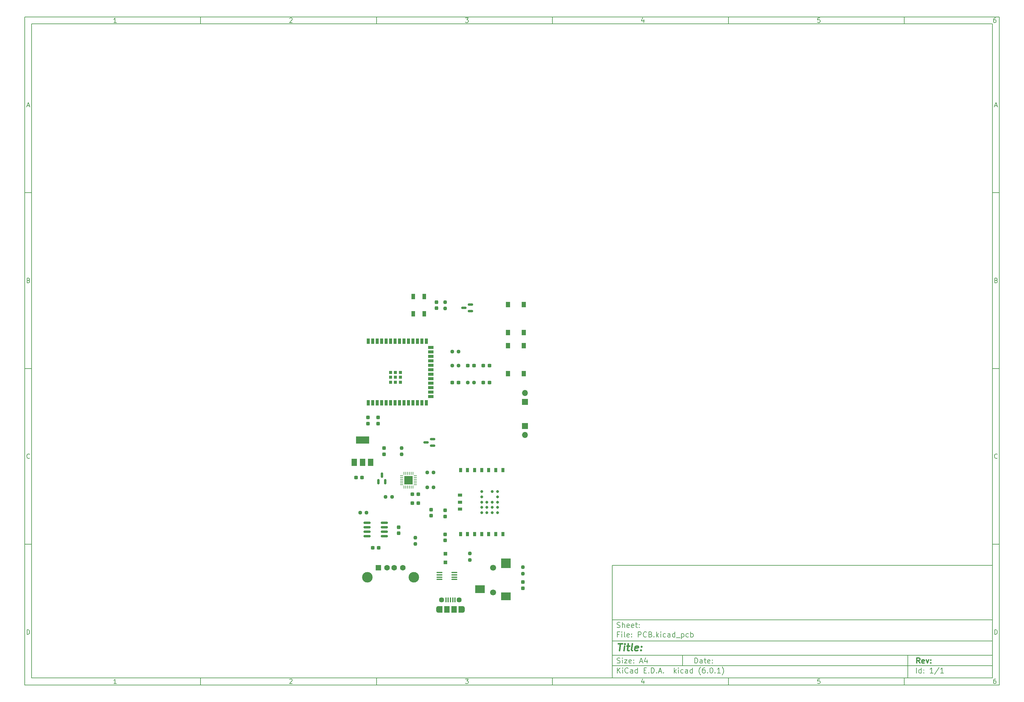
<source format=gbr>
G04 #@! TF.GenerationSoftware,KiCad,Pcbnew,(6.0.1)*
G04 #@! TF.CreationDate,2022-05-18T20:48:10-07:00*
G04 #@! TF.ProjectId,PCB,5043422e-6b69-4636-9164-5f7063625858,rev?*
G04 #@! TF.SameCoordinates,Original*
G04 #@! TF.FileFunction,Soldermask,Top*
G04 #@! TF.FilePolarity,Negative*
%FSLAX46Y46*%
G04 Gerber Fmt 4.6, Leading zero omitted, Abs format (unit mm)*
G04 Created by KiCad (PCBNEW (6.0.1)) date 2022-05-18 20:48:10*
%MOMM*%
%LPD*%
G01*
G04 APERTURE LIST*
G04 Aperture macros list*
%AMRoundRect*
0 Rectangle with rounded corners*
0 $1 Rounding radius*
0 $2 $3 $4 $5 $6 $7 $8 $9 X,Y pos of 4 corners*
0 Add a 4 corners polygon primitive as box body*
4,1,4,$2,$3,$4,$5,$6,$7,$8,$9,$2,$3,0*
0 Add four circle primitives for the rounded corners*
1,1,$1+$1,$2,$3*
1,1,$1+$1,$4,$5*
1,1,$1+$1,$6,$7*
1,1,$1+$1,$8,$9*
0 Add four rect primitives between the rounded corners*
20,1,$1+$1,$2,$3,$4,$5,0*
20,1,$1+$1,$4,$5,$6,$7,0*
20,1,$1+$1,$6,$7,$8,$9,0*
20,1,$1+$1,$8,$9,$2,$3,0*%
G04 Aperture macros list end*
%ADD10C,0.100000*%
%ADD11C,0.150000*%
%ADD12C,0.300000*%
%ADD13C,0.400000*%
%ADD14RoundRect,0.237500X0.237500X-0.300000X0.237500X0.300000X-0.237500X0.300000X-0.237500X-0.300000X0*%
%ADD15RoundRect,0.237500X-0.300000X-0.237500X0.300000X-0.237500X0.300000X0.237500X-0.300000X0.237500X0*%
%ADD16RoundRect,0.150000X0.587500X0.150000X-0.587500X0.150000X-0.587500X-0.150000X0.587500X-0.150000X0*%
%ADD17RoundRect,0.237500X-0.237500X0.300000X-0.237500X-0.300000X0.237500X-0.300000X0.237500X0.300000X0*%
%ADD18R,1.700000X1.700000*%
%ADD19O,1.700000X1.700000*%
%ADD20RoundRect,0.237500X0.237500X-0.250000X0.237500X0.250000X-0.237500X0.250000X-0.237500X-0.250000X0*%
%ADD21R,1.600000X1.500000*%
%ADD22C,1.600000*%
%ADD23C,3.000000*%
%ADD24RoundRect,0.237500X-0.250000X-0.237500X0.250000X-0.237500X0.250000X0.237500X-0.250000X0.237500X0*%
%ADD25RoundRect,0.237500X0.250000X0.237500X-0.250000X0.237500X-0.250000X-0.237500X0.250000X-0.237500X0*%
%ADD26R,1.300000X1.550000*%
%ADD27RoundRect,0.100000X0.712500X0.100000X-0.712500X0.100000X-0.712500X-0.100000X0.712500X-0.100000X0*%
%ADD28R,1.000000X1.000000*%
%ADD29R,1.500000X2.000000*%
%ADD30R,3.800000X2.000000*%
%ADD31R,1.270000X0.889000*%
%ADD32R,0.889000X1.270000*%
%ADD33C,0.813001*%
%ADD34RoundRect,0.062500X0.062500X-0.350000X0.062500X0.350000X-0.062500X0.350000X-0.062500X-0.350000X0*%
%ADD35RoundRect,0.062500X0.350000X-0.062500X0.350000X0.062500X-0.350000X0.062500X-0.350000X-0.062500X0*%
%ADD36R,2.350000X2.350000*%
%ADD37RoundRect,0.237500X0.300000X0.237500X-0.300000X0.237500X-0.300000X-0.237500X0.300000X-0.237500X0*%
%ADD38R,0.900000X1.500000*%
%ADD39R,1.500000X0.900000*%
%ADD40R,0.900000X0.900000*%
%ADD41R,0.400000X1.350000*%
%ADD42O,1.200000X1.900000*%
%ADD43R,1.200000X1.900000*%
%ADD44R,1.500000X1.900000*%
%ADD45C,1.450000*%
%ADD46RoundRect,0.150000X0.150000X-0.587500X0.150000X0.587500X-0.150000X0.587500X-0.150000X-0.587500X0*%
%ADD47RoundRect,0.150000X-0.825000X-0.150000X0.825000X-0.150000X0.825000X0.150000X-0.825000X0.150000X0*%
%ADD48C,1.700000*%
%ADD49R,2.800000X2.200000*%
%ADD50R,2.800000X2.800000*%
%ADD51R,1.000000X1.500000*%
G04 APERTURE END LIST*
D10*
D11*
X177002200Y-166007200D02*
X177002200Y-198007200D01*
X285002200Y-198007200D01*
X285002200Y-166007200D01*
X177002200Y-166007200D01*
D10*
D11*
X10000000Y-10000000D02*
X10000000Y-200007200D01*
X287002200Y-200007200D01*
X287002200Y-10000000D01*
X10000000Y-10000000D01*
D10*
D11*
X12000000Y-12000000D02*
X12000000Y-198007200D01*
X285002200Y-198007200D01*
X285002200Y-12000000D01*
X12000000Y-12000000D01*
D10*
D11*
X60000000Y-12000000D02*
X60000000Y-10000000D01*
D10*
D11*
X110000000Y-12000000D02*
X110000000Y-10000000D01*
D10*
D11*
X160000000Y-12000000D02*
X160000000Y-10000000D01*
D10*
D11*
X210000000Y-12000000D02*
X210000000Y-10000000D01*
D10*
D11*
X260000000Y-12000000D02*
X260000000Y-10000000D01*
D10*
D11*
X36065476Y-11588095D02*
X35322619Y-11588095D01*
X35694047Y-11588095D02*
X35694047Y-10288095D01*
X35570238Y-10473809D01*
X35446428Y-10597619D01*
X35322619Y-10659523D01*
D10*
D11*
X85322619Y-10411904D02*
X85384523Y-10350000D01*
X85508333Y-10288095D01*
X85817857Y-10288095D01*
X85941666Y-10350000D01*
X86003571Y-10411904D01*
X86065476Y-10535714D01*
X86065476Y-10659523D01*
X86003571Y-10845238D01*
X85260714Y-11588095D01*
X86065476Y-11588095D01*
D10*
D11*
X135260714Y-10288095D02*
X136065476Y-10288095D01*
X135632142Y-10783333D01*
X135817857Y-10783333D01*
X135941666Y-10845238D01*
X136003571Y-10907142D01*
X136065476Y-11030952D01*
X136065476Y-11340476D01*
X136003571Y-11464285D01*
X135941666Y-11526190D01*
X135817857Y-11588095D01*
X135446428Y-11588095D01*
X135322619Y-11526190D01*
X135260714Y-11464285D01*
D10*
D11*
X185941666Y-10721428D02*
X185941666Y-11588095D01*
X185632142Y-10226190D02*
X185322619Y-11154761D01*
X186127380Y-11154761D01*
D10*
D11*
X236003571Y-10288095D02*
X235384523Y-10288095D01*
X235322619Y-10907142D01*
X235384523Y-10845238D01*
X235508333Y-10783333D01*
X235817857Y-10783333D01*
X235941666Y-10845238D01*
X236003571Y-10907142D01*
X236065476Y-11030952D01*
X236065476Y-11340476D01*
X236003571Y-11464285D01*
X235941666Y-11526190D01*
X235817857Y-11588095D01*
X235508333Y-11588095D01*
X235384523Y-11526190D01*
X235322619Y-11464285D01*
D10*
D11*
X285941666Y-10288095D02*
X285694047Y-10288095D01*
X285570238Y-10350000D01*
X285508333Y-10411904D01*
X285384523Y-10597619D01*
X285322619Y-10845238D01*
X285322619Y-11340476D01*
X285384523Y-11464285D01*
X285446428Y-11526190D01*
X285570238Y-11588095D01*
X285817857Y-11588095D01*
X285941666Y-11526190D01*
X286003571Y-11464285D01*
X286065476Y-11340476D01*
X286065476Y-11030952D01*
X286003571Y-10907142D01*
X285941666Y-10845238D01*
X285817857Y-10783333D01*
X285570238Y-10783333D01*
X285446428Y-10845238D01*
X285384523Y-10907142D01*
X285322619Y-11030952D01*
D10*
D11*
X60000000Y-198007200D02*
X60000000Y-200007200D01*
D10*
D11*
X110000000Y-198007200D02*
X110000000Y-200007200D01*
D10*
D11*
X160000000Y-198007200D02*
X160000000Y-200007200D01*
D10*
D11*
X210000000Y-198007200D02*
X210000000Y-200007200D01*
D10*
D11*
X260000000Y-198007200D02*
X260000000Y-200007200D01*
D10*
D11*
X36065476Y-199595295D02*
X35322619Y-199595295D01*
X35694047Y-199595295D02*
X35694047Y-198295295D01*
X35570238Y-198481009D01*
X35446428Y-198604819D01*
X35322619Y-198666723D01*
D10*
D11*
X85322619Y-198419104D02*
X85384523Y-198357200D01*
X85508333Y-198295295D01*
X85817857Y-198295295D01*
X85941666Y-198357200D01*
X86003571Y-198419104D01*
X86065476Y-198542914D01*
X86065476Y-198666723D01*
X86003571Y-198852438D01*
X85260714Y-199595295D01*
X86065476Y-199595295D01*
D10*
D11*
X135260714Y-198295295D02*
X136065476Y-198295295D01*
X135632142Y-198790533D01*
X135817857Y-198790533D01*
X135941666Y-198852438D01*
X136003571Y-198914342D01*
X136065476Y-199038152D01*
X136065476Y-199347676D01*
X136003571Y-199471485D01*
X135941666Y-199533390D01*
X135817857Y-199595295D01*
X135446428Y-199595295D01*
X135322619Y-199533390D01*
X135260714Y-199471485D01*
D10*
D11*
X185941666Y-198728628D02*
X185941666Y-199595295D01*
X185632142Y-198233390D02*
X185322619Y-199161961D01*
X186127380Y-199161961D01*
D10*
D11*
X236003571Y-198295295D02*
X235384523Y-198295295D01*
X235322619Y-198914342D01*
X235384523Y-198852438D01*
X235508333Y-198790533D01*
X235817857Y-198790533D01*
X235941666Y-198852438D01*
X236003571Y-198914342D01*
X236065476Y-199038152D01*
X236065476Y-199347676D01*
X236003571Y-199471485D01*
X235941666Y-199533390D01*
X235817857Y-199595295D01*
X235508333Y-199595295D01*
X235384523Y-199533390D01*
X235322619Y-199471485D01*
D10*
D11*
X285941666Y-198295295D02*
X285694047Y-198295295D01*
X285570238Y-198357200D01*
X285508333Y-198419104D01*
X285384523Y-198604819D01*
X285322619Y-198852438D01*
X285322619Y-199347676D01*
X285384523Y-199471485D01*
X285446428Y-199533390D01*
X285570238Y-199595295D01*
X285817857Y-199595295D01*
X285941666Y-199533390D01*
X286003571Y-199471485D01*
X286065476Y-199347676D01*
X286065476Y-199038152D01*
X286003571Y-198914342D01*
X285941666Y-198852438D01*
X285817857Y-198790533D01*
X285570238Y-198790533D01*
X285446428Y-198852438D01*
X285384523Y-198914342D01*
X285322619Y-199038152D01*
D10*
D11*
X10000000Y-60000000D02*
X12000000Y-60000000D01*
D10*
D11*
X10000000Y-110000000D02*
X12000000Y-110000000D01*
D10*
D11*
X10000000Y-160000000D02*
X12000000Y-160000000D01*
D10*
D11*
X10690476Y-35216666D02*
X11309523Y-35216666D01*
X10566666Y-35588095D02*
X11000000Y-34288095D01*
X11433333Y-35588095D01*
D10*
D11*
X11092857Y-84907142D02*
X11278571Y-84969047D01*
X11340476Y-85030952D01*
X11402380Y-85154761D01*
X11402380Y-85340476D01*
X11340476Y-85464285D01*
X11278571Y-85526190D01*
X11154761Y-85588095D01*
X10659523Y-85588095D01*
X10659523Y-84288095D01*
X11092857Y-84288095D01*
X11216666Y-84350000D01*
X11278571Y-84411904D01*
X11340476Y-84535714D01*
X11340476Y-84659523D01*
X11278571Y-84783333D01*
X11216666Y-84845238D01*
X11092857Y-84907142D01*
X10659523Y-84907142D01*
D10*
D11*
X11402380Y-135464285D02*
X11340476Y-135526190D01*
X11154761Y-135588095D01*
X11030952Y-135588095D01*
X10845238Y-135526190D01*
X10721428Y-135402380D01*
X10659523Y-135278571D01*
X10597619Y-135030952D01*
X10597619Y-134845238D01*
X10659523Y-134597619D01*
X10721428Y-134473809D01*
X10845238Y-134350000D01*
X11030952Y-134288095D01*
X11154761Y-134288095D01*
X11340476Y-134350000D01*
X11402380Y-134411904D01*
D10*
D11*
X10659523Y-185588095D02*
X10659523Y-184288095D01*
X10969047Y-184288095D01*
X11154761Y-184350000D01*
X11278571Y-184473809D01*
X11340476Y-184597619D01*
X11402380Y-184845238D01*
X11402380Y-185030952D01*
X11340476Y-185278571D01*
X11278571Y-185402380D01*
X11154761Y-185526190D01*
X10969047Y-185588095D01*
X10659523Y-185588095D01*
D10*
D11*
X287002200Y-60000000D02*
X285002200Y-60000000D01*
D10*
D11*
X287002200Y-110000000D02*
X285002200Y-110000000D01*
D10*
D11*
X287002200Y-160000000D02*
X285002200Y-160000000D01*
D10*
D11*
X285692676Y-35216666D02*
X286311723Y-35216666D01*
X285568866Y-35588095D02*
X286002200Y-34288095D01*
X286435533Y-35588095D01*
D10*
D11*
X286095057Y-84907142D02*
X286280771Y-84969047D01*
X286342676Y-85030952D01*
X286404580Y-85154761D01*
X286404580Y-85340476D01*
X286342676Y-85464285D01*
X286280771Y-85526190D01*
X286156961Y-85588095D01*
X285661723Y-85588095D01*
X285661723Y-84288095D01*
X286095057Y-84288095D01*
X286218866Y-84350000D01*
X286280771Y-84411904D01*
X286342676Y-84535714D01*
X286342676Y-84659523D01*
X286280771Y-84783333D01*
X286218866Y-84845238D01*
X286095057Y-84907142D01*
X285661723Y-84907142D01*
D10*
D11*
X286404580Y-135464285D02*
X286342676Y-135526190D01*
X286156961Y-135588095D01*
X286033152Y-135588095D01*
X285847438Y-135526190D01*
X285723628Y-135402380D01*
X285661723Y-135278571D01*
X285599819Y-135030952D01*
X285599819Y-134845238D01*
X285661723Y-134597619D01*
X285723628Y-134473809D01*
X285847438Y-134350000D01*
X286033152Y-134288095D01*
X286156961Y-134288095D01*
X286342676Y-134350000D01*
X286404580Y-134411904D01*
D10*
D11*
X285661723Y-185588095D02*
X285661723Y-184288095D01*
X285971247Y-184288095D01*
X286156961Y-184350000D01*
X286280771Y-184473809D01*
X286342676Y-184597619D01*
X286404580Y-184845238D01*
X286404580Y-185030952D01*
X286342676Y-185278571D01*
X286280771Y-185402380D01*
X286156961Y-185526190D01*
X285971247Y-185588095D01*
X285661723Y-185588095D01*
D10*
D11*
X200434342Y-193785771D02*
X200434342Y-192285771D01*
X200791485Y-192285771D01*
X201005771Y-192357200D01*
X201148628Y-192500057D01*
X201220057Y-192642914D01*
X201291485Y-192928628D01*
X201291485Y-193142914D01*
X201220057Y-193428628D01*
X201148628Y-193571485D01*
X201005771Y-193714342D01*
X200791485Y-193785771D01*
X200434342Y-193785771D01*
X202577200Y-193785771D02*
X202577200Y-193000057D01*
X202505771Y-192857200D01*
X202362914Y-192785771D01*
X202077200Y-192785771D01*
X201934342Y-192857200D01*
X202577200Y-193714342D02*
X202434342Y-193785771D01*
X202077200Y-193785771D01*
X201934342Y-193714342D01*
X201862914Y-193571485D01*
X201862914Y-193428628D01*
X201934342Y-193285771D01*
X202077200Y-193214342D01*
X202434342Y-193214342D01*
X202577200Y-193142914D01*
X203077200Y-192785771D02*
X203648628Y-192785771D01*
X203291485Y-192285771D02*
X203291485Y-193571485D01*
X203362914Y-193714342D01*
X203505771Y-193785771D01*
X203648628Y-193785771D01*
X204720057Y-193714342D02*
X204577200Y-193785771D01*
X204291485Y-193785771D01*
X204148628Y-193714342D01*
X204077200Y-193571485D01*
X204077200Y-193000057D01*
X204148628Y-192857200D01*
X204291485Y-192785771D01*
X204577200Y-192785771D01*
X204720057Y-192857200D01*
X204791485Y-193000057D01*
X204791485Y-193142914D01*
X204077200Y-193285771D01*
X205434342Y-193642914D02*
X205505771Y-193714342D01*
X205434342Y-193785771D01*
X205362914Y-193714342D01*
X205434342Y-193642914D01*
X205434342Y-193785771D01*
X205434342Y-192857200D02*
X205505771Y-192928628D01*
X205434342Y-193000057D01*
X205362914Y-192928628D01*
X205434342Y-192857200D01*
X205434342Y-193000057D01*
D10*
D11*
X177002200Y-194507200D02*
X285002200Y-194507200D01*
D10*
D11*
X178434342Y-196585771D02*
X178434342Y-195085771D01*
X179291485Y-196585771D02*
X178648628Y-195728628D01*
X179291485Y-195085771D02*
X178434342Y-195942914D01*
X179934342Y-196585771D02*
X179934342Y-195585771D01*
X179934342Y-195085771D02*
X179862914Y-195157200D01*
X179934342Y-195228628D01*
X180005771Y-195157200D01*
X179934342Y-195085771D01*
X179934342Y-195228628D01*
X181505771Y-196442914D02*
X181434342Y-196514342D01*
X181220057Y-196585771D01*
X181077200Y-196585771D01*
X180862914Y-196514342D01*
X180720057Y-196371485D01*
X180648628Y-196228628D01*
X180577200Y-195942914D01*
X180577200Y-195728628D01*
X180648628Y-195442914D01*
X180720057Y-195300057D01*
X180862914Y-195157200D01*
X181077200Y-195085771D01*
X181220057Y-195085771D01*
X181434342Y-195157200D01*
X181505771Y-195228628D01*
X182791485Y-196585771D02*
X182791485Y-195800057D01*
X182720057Y-195657200D01*
X182577200Y-195585771D01*
X182291485Y-195585771D01*
X182148628Y-195657200D01*
X182791485Y-196514342D02*
X182648628Y-196585771D01*
X182291485Y-196585771D01*
X182148628Y-196514342D01*
X182077200Y-196371485D01*
X182077200Y-196228628D01*
X182148628Y-196085771D01*
X182291485Y-196014342D01*
X182648628Y-196014342D01*
X182791485Y-195942914D01*
X184148628Y-196585771D02*
X184148628Y-195085771D01*
X184148628Y-196514342D02*
X184005771Y-196585771D01*
X183720057Y-196585771D01*
X183577200Y-196514342D01*
X183505771Y-196442914D01*
X183434342Y-196300057D01*
X183434342Y-195871485D01*
X183505771Y-195728628D01*
X183577200Y-195657200D01*
X183720057Y-195585771D01*
X184005771Y-195585771D01*
X184148628Y-195657200D01*
X186005771Y-195800057D02*
X186505771Y-195800057D01*
X186720057Y-196585771D02*
X186005771Y-196585771D01*
X186005771Y-195085771D01*
X186720057Y-195085771D01*
X187362914Y-196442914D02*
X187434342Y-196514342D01*
X187362914Y-196585771D01*
X187291485Y-196514342D01*
X187362914Y-196442914D01*
X187362914Y-196585771D01*
X188077200Y-196585771D02*
X188077200Y-195085771D01*
X188434342Y-195085771D01*
X188648628Y-195157200D01*
X188791485Y-195300057D01*
X188862914Y-195442914D01*
X188934342Y-195728628D01*
X188934342Y-195942914D01*
X188862914Y-196228628D01*
X188791485Y-196371485D01*
X188648628Y-196514342D01*
X188434342Y-196585771D01*
X188077200Y-196585771D01*
X189577200Y-196442914D02*
X189648628Y-196514342D01*
X189577200Y-196585771D01*
X189505771Y-196514342D01*
X189577200Y-196442914D01*
X189577200Y-196585771D01*
X190220057Y-196157200D02*
X190934342Y-196157200D01*
X190077200Y-196585771D02*
X190577200Y-195085771D01*
X191077200Y-196585771D01*
X191577200Y-196442914D02*
X191648628Y-196514342D01*
X191577200Y-196585771D01*
X191505771Y-196514342D01*
X191577200Y-196442914D01*
X191577200Y-196585771D01*
X194577200Y-196585771D02*
X194577200Y-195085771D01*
X194720057Y-196014342D02*
X195148628Y-196585771D01*
X195148628Y-195585771D02*
X194577200Y-196157200D01*
X195791485Y-196585771D02*
X195791485Y-195585771D01*
X195791485Y-195085771D02*
X195720057Y-195157200D01*
X195791485Y-195228628D01*
X195862914Y-195157200D01*
X195791485Y-195085771D01*
X195791485Y-195228628D01*
X197148628Y-196514342D02*
X197005771Y-196585771D01*
X196720057Y-196585771D01*
X196577200Y-196514342D01*
X196505771Y-196442914D01*
X196434342Y-196300057D01*
X196434342Y-195871485D01*
X196505771Y-195728628D01*
X196577200Y-195657200D01*
X196720057Y-195585771D01*
X197005771Y-195585771D01*
X197148628Y-195657200D01*
X198434342Y-196585771D02*
X198434342Y-195800057D01*
X198362914Y-195657200D01*
X198220057Y-195585771D01*
X197934342Y-195585771D01*
X197791485Y-195657200D01*
X198434342Y-196514342D02*
X198291485Y-196585771D01*
X197934342Y-196585771D01*
X197791485Y-196514342D01*
X197720057Y-196371485D01*
X197720057Y-196228628D01*
X197791485Y-196085771D01*
X197934342Y-196014342D01*
X198291485Y-196014342D01*
X198434342Y-195942914D01*
X199791485Y-196585771D02*
X199791485Y-195085771D01*
X199791485Y-196514342D02*
X199648628Y-196585771D01*
X199362914Y-196585771D01*
X199220057Y-196514342D01*
X199148628Y-196442914D01*
X199077200Y-196300057D01*
X199077200Y-195871485D01*
X199148628Y-195728628D01*
X199220057Y-195657200D01*
X199362914Y-195585771D01*
X199648628Y-195585771D01*
X199791485Y-195657200D01*
X202077200Y-197157200D02*
X202005771Y-197085771D01*
X201862914Y-196871485D01*
X201791485Y-196728628D01*
X201720057Y-196514342D01*
X201648628Y-196157200D01*
X201648628Y-195871485D01*
X201720057Y-195514342D01*
X201791485Y-195300057D01*
X201862914Y-195157200D01*
X202005771Y-194942914D01*
X202077200Y-194871485D01*
X203291485Y-195085771D02*
X203005771Y-195085771D01*
X202862914Y-195157200D01*
X202791485Y-195228628D01*
X202648628Y-195442914D01*
X202577200Y-195728628D01*
X202577200Y-196300057D01*
X202648628Y-196442914D01*
X202720057Y-196514342D01*
X202862914Y-196585771D01*
X203148628Y-196585771D01*
X203291485Y-196514342D01*
X203362914Y-196442914D01*
X203434342Y-196300057D01*
X203434342Y-195942914D01*
X203362914Y-195800057D01*
X203291485Y-195728628D01*
X203148628Y-195657200D01*
X202862914Y-195657200D01*
X202720057Y-195728628D01*
X202648628Y-195800057D01*
X202577200Y-195942914D01*
X204077200Y-196442914D02*
X204148628Y-196514342D01*
X204077200Y-196585771D01*
X204005771Y-196514342D01*
X204077200Y-196442914D01*
X204077200Y-196585771D01*
X205077200Y-195085771D02*
X205220057Y-195085771D01*
X205362914Y-195157200D01*
X205434342Y-195228628D01*
X205505771Y-195371485D01*
X205577200Y-195657200D01*
X205577200Y-196014342D01*
X205505771Y-196300057D01*
X205434342Y-196442914D01*
X205362914Y-196514342D01*
X205220057Y-196585771D01*
X205077200Y-196585771D01*
X204934342Y-196514342D01*
X204862914Y-196442914D01*
X204791485Y-196300057D01*
X204720057Y-196014342D01*
X204720057Y-195657200D01*
X204791485Y-195371485D01*
X204862914Y-195228628D01*
X204934342Y-195157200D01*
X205077200Y-195085771D01*
X206220057Y-196442914D02*
X206291485Y-196514342D01*
X206220057Y-196585771D01*
X206148628Y-196514342D01*
X206220057Y-196442914D01*
X206220057Y-196585771D01*
X207720057Y-196585771D02*
X206862914Y-196585771D01*
X207291485Y-196585771D02*
X207291485Y-195085771D01*
X207148628Y-195300057D01*
X207005771Y-195442914D01*
X206862914Y-195514342D01*
X208220057Y-197157200D02*
X208291485Y-197085771D01*
X208434342Y-196871485D01*
X208505771Y-196728628D01*
X208577200Y-196514342D01*
X208648628Y-196157200D01*
X208648628Y-195871485D01*
X208577200Y-195514342D01*
X208505771Y-195300057D01*
X208434342Y-195157200D01*
X208291485Y-194942914D01*
X208220057Y-194871485D01*
D10*
D11*
X177002200Y-191507200D02*
X285002200Y-191507200D01*
D10*
D12*
X264411485Y-193785771D02*
X263911485Y-193071485D01*
X263554342Y-193785771D02*
X263554342Y-192285771D01*
X264125771Y-192285771D01*
X264268628Y-192357200D01*
X264340057Y-192428628D01*
X264411485Y-192571485D01*
X264411485Y-192785771D01*
X264340057Y-192928628D01*
X264268628Y-193000057D01*
X264125771Y-193071485D01*
X263554342Y-193071485D01*
X265625771Y-193714342D02*
X265482914Y-193785771D01*
X265197200Y-193785771D01*
X265054342Y-193714342D01*
X264982914Y-193571485D01*
X264982914Y-193000057D01*
X265054342Y-192857200D01*
X265197200Y-192785771D01*
X265482914Y-192785771D01*
X265625771Y-192857200D01*
X265697200Y-193000057D01*
X265697200Y-193142914D01*
X264982914Y-193285771D01*
X266197200Y-192785771D02*
X266554342Y-193785771D01*
X266911485Y-192785771D01*
X267482914Y-193642914D02*
X267554342Y-193714342D01*
X267482914Y-193785771D01*
X267411485Y-193714342D01*
X267482914Y-193642914D01*
X267482914Y-193785771D01*
X267482914Y-192857200D02*
X267554342Y-192928628D01*
X267482914Y-193000057D01*
X267411485Y-192928628D01*
X267482914Y-192857200D01*
X267482914Y-193000057D01*
D10*
D11*
X178362914Y-193714342D02*
X178577200Y-193785771D01*
X178934342Y-193785771D01*
X179077200Y-193714342D01*
X179148628Y-193642914D01*
X179220057Y-193500057D01*
X179220057Y-193357200D01*
X179148628Y-193214342D01*
X179077200Y-193142914D01*
X178934342Y-193071485D01*
X178648628Y-193000057D01*
X178505771Y-192928628D01*
X178434342Y-192857200D01*
X178362914Y-192714342D01*
X178362914Y-192571485D01*
X178434342Y-192428628D01*
X178505771Y-192357200D01*
X178648628Y-192285771D01*
X179005771Y-192285771D01*
X179220057Y-192357200D01*
X179862914Y-193785771D02*
X179862914Y-192785771D01*
X179862914Y-192285771D02*
X179791485Y-192357200D01*
X179862914Y-192428628D01*
X179934342Y-192357200D01*
X179862914Y-192285771D01*
X179862914Y-192428628D01*
X180434342Y-192785771D02*
X181220057Y-192785771D01*
X180434342Y-193785771D01*
X181220057Y-193785771D01*
X182362914Y-193714342D02*
X182220057Y-193785771D01*
X181934342Y-193785771D01*
X181791485Y-193714342D01*
X181720057Y-193571485D01*
X181720057Y-193000057D01*
X181791485Y-192857200D01*
X181934342Y-192785771D01*
X182220057Y-192785771D01*
X182362914Y-192857200D01*
X182434342Y-193000057D01*
X182434342Y-193142914D01*
X181720057Y-193285771D01*
X183077200Y-193642914D02*
X183148628Y-193714342D01*
X183077200Y-193785771D01*
X183005771Y-193714342D01*
X183077200Y-193642914D01*
X183077200Y-193785771D01*
X183077200Y-192857200D02*
X183148628Y-192928628D01*
X183077200Y-193000057D01*
X183005771Y-192928628D01*
X183077200Y-192857200D01*
X183077200Y-193000057D01*
X184862914Y-193357200D02*
X185577200Y-193357200D01*
X184720057Y-193785771D02*
X185220057Y-192285771D01*
X185720057Y-193785771D01*
X186862914Y-192785771D02*
X186862914Y-193785771D01*
X186505771Y-192214342D02*
X186148628Y-193285771D01*
X187077200Y-193285771D01*
D10*
D11*
X263434342Y-196585771D02*
X263434342Y-195085771D01*
X264791485Y-196585771D02*
X264791485Y-195085771D01*
X264791485Y-196514342D02*
X264648628Y-196585771D01*
X264362914Y-196585771D01*
X264220057Y-196514342D01*
X264148628Y-196442914D01*
X264077200Y-196300057D01*
X264077200Y-195871485D01*
X264148628Y-195728628D01*
X264220057Y-195657200D01*
X264362914Y-195585771D01*
X264648628Y-195585771D01*
X264791485Y-195657200D01*
X265505771Y-196442914D02*
X265577200Y-196514342D01*
X265505771Y-196585771D01*
X265434342Y-196514342D01*
X265505771Y-196442914D01*
X265505771Y-196585771D01*
X265505771Y-195657200D02*
X265577200Y-195728628D01*
X265505771Y-195800057D01*
X265434342Y-195728628D01*
X265505771Y-195657200D01*
X265505771Y-195800057D01*
X268148628Y-196585771D02*
X267291485Y-196585771D01*
X267720057Y-196585771D02*
X267720057Y-195085771D01*
X267577200Y-195300057D01*
X267434342Y-195442914D01*
X267291485Y-195514342D01*
X269862914Y-195014342D02*
X268577200Y-196942914D01*
X271148628Y-196585771D02*
X270291485Y-196585771D01*
X270720057Y-196585771D02*
X270720057Y-195085771D01*
X270577200Y-195300057D01*
X270434342Y-195442914D01*
X270291485Y-195514342D01*
D10*
D11*
X177002200Y-187507200D02*
X285002200Y-187507200D01*
D10*
D13*
X178714580Y-188211961D02*
X179857438Y-188211961D01*
X179036009Y-190211961D02*
X179286009Y-188211961D01*
X180274104Y-190211961D02*
X180440771Y-188878628D01*
X180524104Y-188211961D02*
X180416961Y-188307200D01*
X180500295Y-188402438D01*
X180607438Y-188307200D01*
X180524104Y-188211961D01*
X180500295Y-188402438D01*
X181107438Y-188878628D02*
X181869342Y-188878628D01*
X181476485Y-188211961D02*
X181262200Y-189926247D01*
X181333628Y-190116723D01*
X181512200Y-190211961D01*
X181702676Y-190211961D01*
X182655057Y-190211961D02*
X182476485Y-190116723D01*
X182405057Y-189926247D01*
X182619342Y-188211961D01*
X184190771Y-190116723D02*
X183988390Y-190211961D01*
X183607438Y-190211961D01*
X183428866Y-190116723D01*
X183357438Y-189926247D01*
X183452676Y-189164342D01*
X183571723Y-188973866D01*
X183774104Y-188878628D01*
X184155057Y-188878628D01*
X184333628Y-188973866D01*
X184405057Y-189164342D01*
X184381247Y-189354819D01*
X183405057Y-189545295D01*
X185155057Y-190021485D02*
X185238390Y-190116723D01*
X185131247Y-190211961D01*
X185047914Y-190116723D01*
X185155057Y-190021485D01*
X185131247Y-190211961D01*
X185286009Y-188973866D02*
X185369342Y-189069104D01*
X185262200Y-189164342D01*
X185178866Y-189069104D01*
X185286009Y-188973866D01*
X185262200Y-189164342D01*
D10*
D11*
X178934342Y-185600057D02*
X178434342Y-185600057D01*
X178434342Y-186385771D02*
X178434342Y-184885771D01*
X179148628Y-184885771D01*
X179720057Y-186385771D02*
X179720057Y-185385771D01*
X179720057Y-184885771D02*
X179648628Y-184957200D01*
X179720057Y-185028628D01*
X179791485Y-184957200D01*
X179720057Y-184885771D01*
X179720057Y-185028628D01*
X180648628Y-186385771D02*
X180505771Y-186314342D01*
X180434342Y-186171485D01*
X180434342Y-184885771D01*
X181791485Y-186314342D02*
X181648628Y-186385771D01*
X181362914Y-186385771D01*
X181220057Y-186314342D01*
X181148628Y-186171485D01*
X181148628Y-185600057D01*
X181220057Y-185457200D01*
X181362914Y-185385771D01*
X181648628Y-185385771D01*
X181791485Y-185457200D01*
X181862914Y-185600057D01*
X181862914Y-185742914D01*
X181148628Y-185885771D01*
X182505771Y-186242914D02*
X182577200Y-186314342D01*
X182505771Y-186385771D01*
X182434342Y-186314342D01*
X182505771Y-186242914D01*
X182505771Y-186385771D01*
X182505771Y-185457200D02*
X182577200Y-185528628D01*
X182505771Y-185600057D01*
X182434342Y-185528628D01*
X182505771Y-185457200D01*
X182505771Y-185600057D01*
X184362914Y-186385771D02*
X184362914Y-184885771D01*
X184934342Y-184885771D01*
X185077200Y-184957200D01*
X185148628Y-185028628D01*
X185220057Y-185171485D01*
X185220057Y-185385771D01*
X185148628Y-185528628D01*
X185077200Y-185600057D01*
X184934342Y-185671485D01*
X184362914Y-185671485D01*
X186720057Y-186242914D02*
X186648628Y-186314342D01*
X186434342Y-186385771D01*
X186291485Y-186385771D01*
X186077200Y-186314342D01*
X185934342Y-186171485D01*
X185862914Y-186028628D01*
X185791485Y-185742914D01*
X185791485Y-185528628D01*
X185862914Y-185242914D01*
X185934342Y-185100057D01*
X186077200Y-184957200D01*
X186291485Y-184885771D01*
X186434342Y-184885771D01*
X186648628Y-184957200D01*
X186720057Y-185028628D01*
X187862914Y-185600057D02*
X188077200Y-185671485D01*
X188148628Y-185742914D01*
X188220057Y-185885771D01*
X188220057Y-186100057D01*
X188148628Y-186242914D01*
X188077200Y-186314342D01*
X187934342Y-186385771D01*
X187362914Y-186385771D01*
X187362914Y-184885771D01*
X187862914Y-184885771D01*
X188005771Y-184957200D01*
X188077200Y-185028628D01*
X188148628Y-185171485D01*
X188148628Y-185314342D01*
X188077200Y-185457200D01*
X188005771Y-185528628D01*
X187862914Y-185600057D01*
X187362914Y-185600057D01*
X188862914Y-186242914D02*
X188934342Y-186314342D01*
X188862914Y-186385771D01*
X188791485Y-186314342D01*
X188862914Y-186242914D01*
X188862914Y-186385771D01*
X189577200Y-186385771D02*
X189577200Y-184885771D01*
X189720057Y-185814342D02*
X190148628Y-186385771D01*
X190148628Y-185385771D02*
X189577200Y-185957200D01*
X190791485Y-186385771D02*
X190791485Y-185385771D01*
X190791485Y-184885771D02*
X190720057Y-184957200D01*
X190791485Y-185028628D01*
X190862914Y-184957200D01*
X190791485Y-184885771D01*
X190791485Y-185028628D01*
X192148628Y-186314342D02*
X192005771Y-186385771D01*
X191720057Y-186385771D01*
X191577200Y-186314342D01*
X191505771Y-186242914D01*
X191434342Y-186100057D01*
X191434342Y-185671485D01*
X191505771Y-185528628D01*
X191577200Y-185457200D01*
X191720057Y-185385771D01*
X192005771Y-185385771D01*
X192148628Y-185457200D01*
X193434342Y-186385771D02*
X193434342Y-185600057D01*
X193362914Y-185457200D01*
X193220057Y-185385771D01*
X192934342Y-185385771D01*
X192791485Y-185457200D01*
X193434342Y-186314342D02*
X193291485Y-186385771D01*
X192934342Y-186385771D01*
X192791485Y-186314342D01*
X192720057Y-186171485D01*
X192720057Y-186028628D01*
X192791485Y-185885771D01*
X192934342Y-185814342D01*
X193291485Y-185814342D01*
X193434342Y-185742914D01*
X194791485Y-186385771D02*
X194791485Y-184885771D01*
X194791485Y-186314342D02*
X194648628Y-186385771D01*
X194362914Y-186385771D01*
X194220057Y-186314342D01*
X194148628Y-186242914D01*
X194077200Y-186100057D01*
X194077200Y-185671485D01*
X194148628Y-185528628D01*
X194220057Y-185457200D01*
X194362914Y-185385771D01*
X194648628Y-185385771D01*
X194791485Y-185457200D01*
X195148628Y-186528628D02*
X196291485Y-186528628D01*
X196648628Y-185385771D02*
X196648628Y-186885771D01*
X196648628Y-185457200D02*
X196791485Y-185385771D01*
X197077200Y-185385771D01*
X197220057Y-185457200D01*
X197291485Y-185528628D01*
X197362914Y-185671485D01*
X197362914Y-186100057D01*
X197291485Y-186242914D01*
X197220057Y-186314342D01*
X197077200Y-186385771D01*
X196791485Y-186385771D01*
X196648628Y-186314342D01*
X198648628Y-186314342D02*
X198505771Y-186385771D01*
X198220057Y-186385771D01*
X198077200Y-186314342D01*
X198005771Y-186242914D01*
X197934342Y-186100057D01*
X197934342Y-185671485D01*
X198005771Y-185528628D01*
X198077200Y-185457200D01*
X198220057Y-185385771D01*
X198505771Y-185385771D01*
X198648628Y-185457200D01*
X199291485Y-186385771D02*
X199291485Y-184885771D01*
X199291485Y-185457200D02*
X199434342Y-185385771D01*
X199720057Y-185385771D01*
X199862914Y-185457200D01*
X199934342Y-185528628D01*
X200005771Y-185671485D01*
X200005771Y-186100057D01*
X199934342Y-186242914D01*
X199862914Y-186314342D01*
X199720057Y-186385771D01*
X199434342Y-186385771D01*
X199291485Y-186314342D01*
D10*
D11*
X177002200Y-181507200D02*
X285002200Y-181507200D01*
D10*
D11*
X178362914Y-183614342D02*
X178577200Y-183685771D01*
X178934342Y-183685771D01*
X179077200Y-183614342D01*
X179148628Y-183542914D01*
X179220057Y-183400057D01*
X179220057Y-183257200D01*
X179148628Y-183114342D01*
X179077200Y-183042914D01*
X178934342Y-182971485D01*
X178648628Y-182900057D01*
X178505771Y-182828628D01*
X178434342Y-182757200D01*
X178362914Y-182614342D01*
X178362914Y-182471485D01*
X178434342Y-182328628D01*
X178505771Y-182257200D01*
X178648628Y-182185771D01*
X179005771Y-182185771D01*
X179220057Y-182257200D01*
X179862914Y-183685771D02*
X179862914Y-182185771D01*
X180505771Y-183685771D02*
X180505771Y-182900057D01*
X180434342Y-182757200D01*
X180291485Y-182685771D01*
X180077200Y-182685771D01*
X179934342Y-182757200D01*
X179862914Y-182828628D01*
X181791485Y-183614342D02*
X181648628Y-183685771D01*
X181362914Y-183685771D01*
X181220057Y-183614342D01*
X181148628Y-183471485D01*
X181148628Y-182900057D01*
X181220057Y-182757200D01*
X181362914Y-182685771D01*
X181648628Y-182685771D01*
X181791485Y-182757200D01*
X181862914Y-182900057D01*
X181862914Y-183042914D01*
X181148628Y-183185771D01*
X183077200Y-183614342D02*
X182934342Y-183685771D01*
X182648628Y-183685771D01*
X182505771Y-183614342D01*
X182434342Y-183471485D01*
X182434342Y-182900057D01*
X182505771Y-182757200D01*
X182648628Y-182685771D01*
X182934342Y-182685771D01*
X183077200Y-182757200D01*
X183148628Y-182900057D01*
X183148628Y-183042914D01*
X182434342Y-183185771D01*
X183577200Y-182685771D02*
X184148628Y-182685771D01*
X183791485Y-182185771D02*
X183791485Y-183471485D01*
X183862914Y-183614342D01*
X184005771Y-183685771D01*
X184148628Y-183685771D01*
X184648628Y-183542914D02*
X184720057Y-183614342D01*
X184648628Y-183685771D01*
X184577200Y-183614342D01*
X184648628Y-183542914D01*
X184648628Y-183685771D01*
X184648628Y-182757200D02*
X184720057Y-182828628D01*
X184648628Y-182900057D01*
X184577200Y-182828628D01*
X184648628Y-182757200D01*
X184648628Y-182900057D01*
D10*
D12*
D10*
D11*
D10*
D11*
D10*
D11*
D10*
D11*
D10*
D11*
X197002200Y-191507200D02*
X197002200Y-194507200D01*
D10*
D11*
X261002200Y-191507200D02*
X261002200Y-198007200D01*
D14*
G04 #@! TO.C,D3*
X151600000Y-172462500D03*
X151600000Y-170737500D03*
G04 #@! TD*
D15*
G04 #@! TO.C,C2*
X140337500Y-114000000D03*
X142062500Y-114000000D03*
G04 #@! TD*
G04 #@! TO.C,C3*
X135937500Y-109200000D03*
X137662500Y-109200000D03*
G04 #@! TD*
D16*
G04 #@! TO.C,Q2*
X125937500Y-131950000D03*
X125937500Y-130050000D03*
X124062500Y-131000000D03*
G04 #@! TD*
D17*
G04 #@! TO.C,C14*
X125500000Y-150137500D03*
X125500000Y-151862500D03*
G04 #@! TD*
D18*
G04 #@! TO.C,SW4*
X152200000Y-119475000D03*
D19*
X152200000Y-116935000D03*
G04 #@! TD*
D20*
G04 #@! TO.C,R10*
X121000000Y-159912500D03*
X121000000Y-158087500D03*
G04 #@! TD*
D15*
G04 #@! TO.C,C10*
X120137500Y-145750000D03*
X121862500Y-145750000D03*
G04 #@! TD*
D21*
G04 #@! TO.C,J1*
X110500000Y-166640000D03*
D22*
X113000000Y-166640000D03*
X115000000Y-166640000D03*
X117500000Y-166640000D03*
D23*
X120570000Y-169350000D03*
X107430000Y-169350000D03*
G04 #@! TD*
D24*
G04 #@! TO.C,R2*
X131487500Y-105200000D03*
X133312500Y-105200000D03*
G04 #@! TD*
D25*
G04 #@! TO.C,R5*
X133312500Y-109200000D03*
X131487500Y-109200000D03*
G04 #@! TD*
D26*
G04 #@! TO.C,SW1*
X151850000Y-91825000D03*
X151850000Y-99775000D03*
X147350000Y-91825000D03*
X147350000Y-99775000D03*
G04 #@! TD*
D17*
G04 #@! TO.C,C15*
X129500000Y-150337500D03*
X129500000Y-152062500D03*
G04 #@! TD*
D15*
G04 #@! TO.C,C1*
X108887500Y-161000000D03*
X110612500Y-161000000D03*
G04 #@! TD*
D27*
G04 #@! TO.C,U6*
X132112500Y-169975000D03*
X132112500Y-169325000D03*
X132112500Y-168675000D03*
X132112500Y-168025000D03*
X127887500Y-168025000D03*
X127887500Y-168675000D03*
X127887500Y-169325000D03*
X127887500Y-169975000D03*
G04 #@! TD*
D20*
G04 #@! TO.C,R6*
X136480000Y-164432500D03*
X136480000Y-162607500D03*
G04 #@! TD*
D28*
G04 #@! TO.C,D2*
X129600000Y-162650000D03*
X129600000Y-165150000D03*
G04 #@! TD*
D29*
G04 #@! TO.C,U5*
X103700000Y-136650000D03*
X106000000Y-136650000D03*
X108300000Y-136650000D03*
D30*
X106000000Y-130350000D03*
G04 #@! TD*
D31*
G04 #@! TO.C,U3*
X133696500Y-146000000D03*
X133696500Y-148000000D03*
X133696500Y-150000000D03*
D32*
X133871500Y-157109001D03*
X135871500Y-157109001D03*
X137871500Y-157109001D03*
X139871500Y-157109001D03*
X141871500Y-157109001D03*
X143871500Y-157109001D03*
X145871500Y-157109001D03*
X145871500Y-138900000D03*
X143871500Y-138900000D03*
X141871500Y-138900000D03*
X139871500Y-138900000D03*
X137871500Y-138900000D03*
X135871500Y-138900000D03*
X133871500Y-138900000D03*
D33*
X144371500Y-151000000D03*
X144371500Y-149500000D03*
X144371500Y-148000000D03*
X144371500Y-146500000D03*
X144371500Y-145000000D03*
X142871500Y-151000000D03*
X142871500Y-149500000D03*
X142871500Y-148000000D03*
X142871500Y-145000000D03*
X141371500Y-151000000D03*
X141371500Y-149500000D03*
X141371500Y-148000000D03*
X139871500Y-151000000D03*
X139871500Y-149500000D03*
X139871500Y-148000000D03*
X139871500Y-146500000D03*
X139871500Y-145000000D03*
G04 #@! TD*
D34*
G04 #@! TO.C,U4*
X117812500Y-143687500D03*
X118312500Y-143687500D03*
X118812500Y-143687500D03*
X119312500Y-143687500D03*
X119812500Y-143687500D03*
X120312500Y-143687500D03*
D35*
X121000000Y-143000000D03*
X121000000Y-142500000D03*
X121000000Y-142000000D03*
X121000000Y-141500000D03*
X121000000Y-141000000D03*
X121000000Y-140500000D03*
D34*
X120312500Y-139812500D03*
X119812500Y-139812500D03*
X119312500Y-139812500D03*
X118812500Y-139812500D03*
X118312500Y-139812500D03*
X117812500Y-139812500D03*
D35*
X117125000Y-140500000D03*
X117125000Y-141000000D03*
X117125000Y-141500000D03*
X117125000Y-142000000D03*
X117125000Y-142500000D03*
X117125000Y-143000000D03*
D36*
X119062500Y-141750000D03*
G04 #@! TD*
D14*
G04 #@! TO.C,C11*
X129500000Y-158862500D03*
X129500000Y-157137500D03*
G04 #@! TD*
D25*
G04 #@! TO.C,R1*
X137712500Y-114000000D03*
X135887500Y-114000000D03*
G04 #@! TD*
D20*
G04 #@! TO.C,R12*
X151600000Y-168312500D03*
X151600000Y-166487500D03*
G04 #@! TD*
D15*
G04 #@! TO.C,C5*
X131537500Y-114000000D03*
X133262500Y-114000000D03*
G04 #@! TD*
D37*
G04 #@! TO.C,C16*
X142062500Y-109200000D03*
X140337500Y-109200000D03*
G04 #@! TD*
D38*
G04 #@! TO.C,U1*
X107640000Y-119750000D03*
X108910000Y-119750000D03*
X110180000Y-119750000D03*
X111450000Y-119750000D03*
X112720000Y-119750000D03*
X113990000Y-119750000D03*
X115260000Y-119750000D03*
X116530000Y-119750000D03*
X117800000Y-119750000D03*
X119070000Y-119750000D03*
X120340000Y-119750000D03*
X121610000Y-119750000D03*
X122880000Y-119750000D03*
X124150000Y-119750000D03*
D39*
X125400000Y-117985000D03*
X125400000Y-116715000D03*
X125400000Y-115445000D03*
X125400000Y-114175000D03*
X125400000Y-112905000D03*
X125400000Y-111635000D03*
X125400000Y-110365000D03*
X125400000Y-109095000D03*
X125400000Y-107825000D03*
X125400000Y-106555000D03*
X125400000Y-105285000D03*
X125400000Y-104015000D03*
D38*
X124150000Y-102250000D03*
X122880000Y-102250000D03*
X121610000Y-102250000D03*
X120340000Y-102250000D03*
X119070000Y-102250000D03*
X117800000Y-102250000D03*
X116530000Y-102250000D03*
X115260000Y-102250000D03*
X113990000Y-102250000D03*
X112720000Y-102250000D03*
X111450000Y-102250000D03*
X110180000Y-102250000D03*
X108910000Y-102250000D03*
X107640000Y-102250000D03*
D40*
X116760000Y-113900000D03*
X116760000Y-112500000D03*
X115360000Y-111100000D03*
X113960000Y-111100000D03*
X115360000Y-112500000D03*
X113960000Y-112500000D03*
X115360000Y-113900000D03*
X116760000Y-111100000D03*
X113960000Y-113900000D03*
G04 #@! TD*
D41*
G04 #@! TO.C,J3*
X129700000Y-175829500D03*
X130350000Y-175829500D03*
X131000000Y-175829500D03*
X131650000Y-175829500D03*
X132300000Y-175829500D03*
D42*
X127500000Y-178529500D03*
D43*
X128100000Y-178529500D03*
X133900000Y-178529500D03*
D44*
X130000000Y-178529500D03*
D42*
X134500000Y-178529500D03*
D45*
X128500000Y-175829500D03*
X133500000Y-175829500D03*
D44*
X132000000Y-178529500D03*
G04 #@! TD*
D20*
G04 #@! TO.C,R4*
X129500000Y-92912500D03*
X129500000Y-91087500D03*
G04 #@! TD*
D17*
G04 #@! TO.C,C13*
X112100000Y-132637500D03*
X112100000Y-134362500D03*
G04 #@! TD*
D20*
G04 #@! TO.C,R8*
X117100000Y-134412500D03*
X117100000Y-132587500D03*
G04 #@! TD*
D25*
G04 #@! TO.C,R11*
X114412500Y-146500000D03*
X112587500Y-146500000D03*
G04 #@! TD*
D46*
G04 #@! TO.C,Q3*
X110550000Y-142187500D03*
X112450000Y-142187500D03*
X111500000Y-140312500D03*
G04 #@! TD*
D47*
G04 #@! TO.C,U2*
X107275000Y-153845000D03*
X107275000Y-155115000D03*
X107275000Y-156385000D03*
X107275000Y-157655000D03*
X112225000Y-157655000D03*
X112225000Y-156385000D03*
X112225000Y-155115000D03*
X112225000Y-153845000D03*
G04 #@! TD*
D16*
G04 #@! TO.C,Q1*
X136687500Y-93700000D03*
X136687500Y-91800000D03*
X134812500Y-92750000D03*
G04 #@! TD*
D15*
G04 #@! TO.C,C8*
X120137500Y-148250000D03*
X121862500Y-148250000D03*
G04 #@! TD*
D25*
G04 #@! TO.C,R7*
X126212500Y-139600000D03*
X124387500Y-139600000D03*
G04 #@! TD*
G04 #@! TO.C,R3*
X107162500Y-151000000D03*
X105337500Y-151000000D03*
G04 #@! TD*
D24*
G04 #@! TO.C,R9*
X124387500Y-143750000D03*
X126212500Y-143750000D03*
G04 #@! TD*
D48*
G04 #@! TO.C,J2*
X143100000Y-166680000D03*
X143100000Y-173680000D03*
D49*
X139400000Y-172780000D03*
X146800000Y-174780000D03*
D50*
X146800000Y-165380000D03*
G04 #@! TD*
D51*
G04 #@! TO.C,D1*
X120400000Y-94450000D03*
X123600000Y-94450000D03*
X123600000Y-89550000D03*
X120400000Y-89550000D03*
G04 #@! TD*
D14*
G04 #@! TO.C,C4*
X127000000Y-92862500D03*
X127000000Y-91137500D03*
G04 #@! TD*
D37*
G04 #@! TO.C,C12*
X105862500Y-141000000D03*
X104137500Y-141000000D03*
G04 #@! TD*
D14*
G04 #@! TO.C,C9*
X116250000Y-156862500D03*
X116250000Y-155137500D03*
G04 #@! TD*
G04 #@! TO.C,C6*
X110400000Y-125662500D03*
X110400000Y-123937500D03*
G04 #@! TD*
D26*
G04 #@! TO.C,SW3*
X151850000Y-103525000D03*
X151850000Y-111475000D03*
X147350000Y-103525000D03*
X147350000Y-111475000D03*
G04 #@! TD*
D14*
G04 #@! TO.C,C7*
X107600000Y-125662500D03*
X107600000Y-123937500D03*
G04 #@! TD*
D18*
G04 #@! TO.C,SW2*
X152200000Y-126325000D03*
D19*
X152200000Y-128865000D03*
G04 #@! TD*
M02*

</source>
